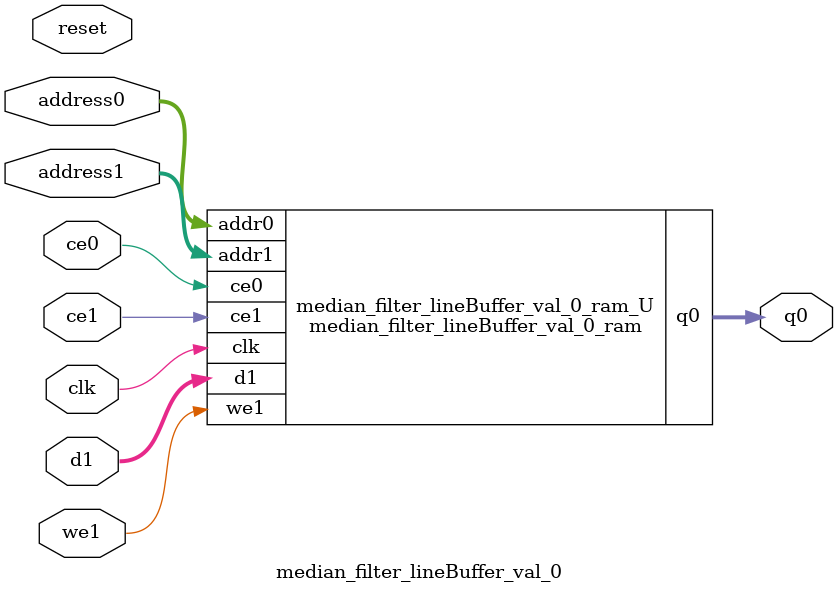
<source format=v>

`timescale 1 ns / 1 ps
module median_filter_lineBuffer_val_0_ram (addr0, ce0, q0, addr1, ce1, d1, we1,  clk);

parameter DWIDTH = 8;
parameter AWIDTH = 11;
parameter MEM_SIZE = 1920;

input[AWIDTH-1:0] addr0;
input ce0;
output reg[DWIDTH-1:0] q0;
input[AWIDTH-1:0] addr1;
input ce1;
input[DWIDTH-1:0] d1;
input we1;
input clk;

(* ram_style = "block" *)reg [DWIDTH-1:0] ram[MEM_SIZE-1:0];




always @(posedge clk)  
begin 
    if (ce0) 
    begin
            q0 <= ram[addr0];
    end
end


always @(posedge clk)  
begin 
    if (ce1) 
    begin
        if (we1) 
        begin 
            ram[addr1] <= d1; 
        end 
    end
end


endmodule


`timescale 1 ns / 1 ps
module median_filter_lineBuffer_val_0(
    reset,
    clk,
    address0,
    ce0,
    q0,
    address1,
    ce1,
    we1,
    d1);

parameter DataWidth = 32'd8;
parameter AddressRange = 32'd1920;
parameter AddressWidth = 32'd11;
input reset;
input clk;
input[AddressWidth - 1:0] address0;
input ce0;
output[DataWidth - 1:0] q0;
input[AddressWidth - 1:0] address1;
input ce1;
input we1;
input[DataWidth - 1:0] d1;




median_filter_lineBuffer_val_0_ram median_filter_lineBuffer_val_0_ram_U(
    .clk( clk ),
    .addr0( address0 ),
    .ce0( ce0 ),
    .q0( q0 ),
    .addr1( address1 ),
    .ce1( ce1 ),
    .d1( d1 ),
    .we1( we1 ));

endmodule


</source>
